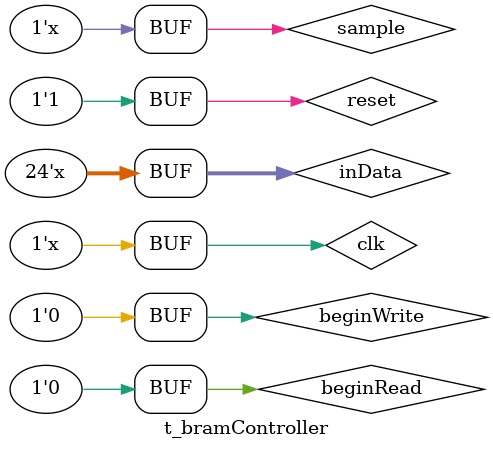
<source format=v>
`timescale 1ns / 1ps


module t_bramController;
	 parameter WORD_WIDTH = 24;
	 parameter ADDR_WIDTH = 3;
	// Inputs
	reg [23:0] inData;
	reg clk;
	reg beginWrite;
	reg beginRead;
	reg reset;
	reg [ (ADDR_WIDTH)-1 : 0 ] readAddress;
	reg sample;

	// Outputs
	wire [23:0] outData;
	wire readReady;
	wire writeComplete;

	// Instantiate the Unit Under Test (UUT)
	bramController uut (
		.outData(outData), 
		.readReady(readReady),
		.writeComplete(writeComplete),
		.readAddress(readAddress),
		.inData(inData), 
		.clk(clk), 
		.beginWrite(beginWrite), 
		.beginRead(beginRead),
		.reset(reset),
		.sample(sample)
	);

	always begin
		#10
			clk =~clk;
			//inData = 10;
//			sample = $random;
			//readAddress  = $random;
	end

	always begin
		#40 sample = ~sample;
		#20 sample = ~sample;
		#10 inData = inData + 1;
	end

	initial begin
		// Initialize Inputs
		inData = 10;
		clk = 0;
		beginWrite = 0;
		beginRead = 0;
		reset = 0;
		sample = 0;
		//readAddress = $random;
		
		//readAddress = 4;
		
		// Wait 100 ns for global reset to finish
		#100;
      beginWrite = 1;
		#20
		beginWrite = 0;
		//simulate a button press
		// Add stimulus here
		// wait for write to complete (address width = 3) dont test for full yet
		#700;
		beginRead = 1;
		#20
		beginRead = 0;
		#300;
//		beginRead = 0;
		reset = 1;
		

	end
      
endmodule


</source>
